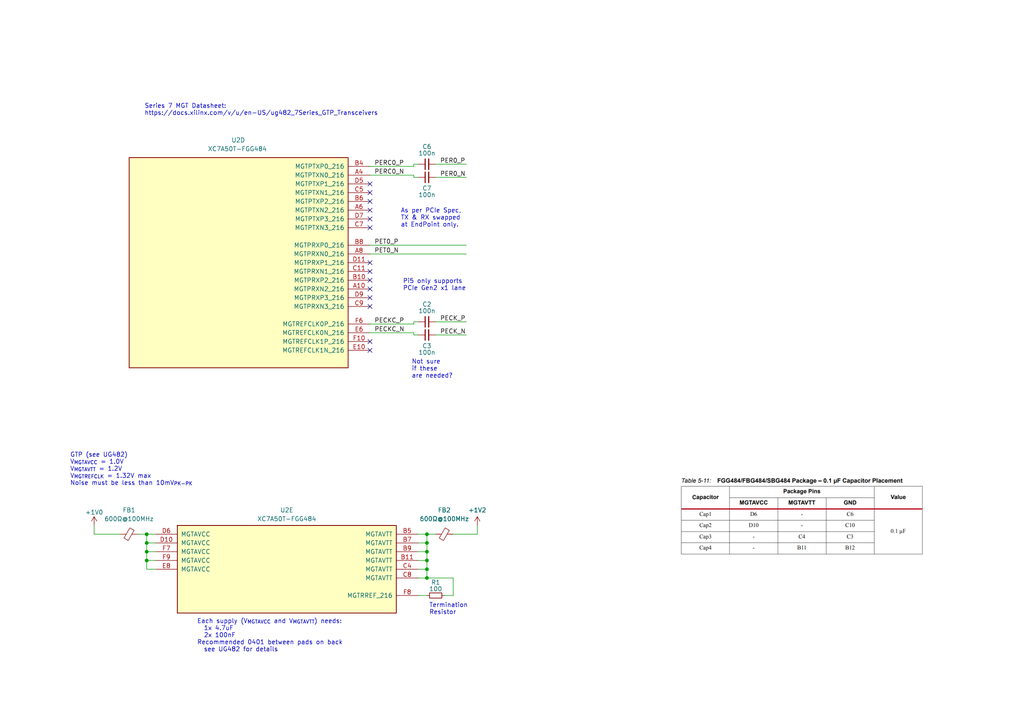
<source format=kicad_sch>
(kicad_sch (version 20230121) (generator eeschema)
  (paper "A4")
  (title_block (title "FPGA Bank 216 (PCIe MGTs)") (date "2023-12-12") (rev "0.1") (company "George Smart, M1GEO") (comment 1 "https://github.com/m1geo/Pi5-Artix-FPGA-Hat") (comment 2 "https://www.george-smart.co.uk"))
  (lib_symbols
    (symbol "Device:C_Small" (pin_numbers hide) (pin_names (offset 0.254) hide)
      (property "Reference" "C" (at 0.254 1.778 0))
      (property "Value" "C_Small" (at 0.254 -2.032 0))
      (symbol "C_Small_0_1"
        (polyline (pts (xy -1.524 -0.508) (xy 1.524 -0.508)) (stroke (width 0.3302)))
        (polyline (pts (xy -1.524 0.508) (xy 1.524 0.508)) (stroke (width 0.3048)))
      )
      (symbol "C_Small_1_1"
        (pin passive line (at 0 2.54 270) (length 2.032) (name "~") (number "1"))
        (pin passive line (at 0 -2.54 90) (length 2.032) (name "~") (number "2"))
      )
    )
    (symbol "Device:FerriteBead_Small" (pin_numbers hide) (pin_names (offset 0))
      (property "Reference" "FB" (at 1.905 1.27 0))
      (property "Value" "FerriteBead_Small" (at 1.905 -1.27 0))
      (symbol "FerriteBead_Small_0_1"
        (polyline (pts (xy 0 -1.27) (xy 0 -0.7874)))
        (polyline (pts (xy 0 0.889) (xy 0 1.2954)))
        (polyline (pts (xy -1.8288 0.2794) (xy -1.1176 1.4986) (xy 1.8288 -0.2032) (xy 1.1176 -1.4224) (xy -1.8288 0.2794)))
      )
      (symbol "FerriteBead_Small_1_1"
        (pin passive line (at 0 2.54 270) (length 1.27) (name "~") (number "1"))
        (pin passive line (at 0 -2.54 90) (length 1.27) (name "~") (number "2"))
      )
    )
    (symbol "Device:R_Small" (pin_numbers hide) (pin_names (offset 0.254) hide)
      (property "Reference" "R" (at 0.762 0.508 0))
      (property "Value" "R_Small" (at 0.762 -1.016 0))
      (symbol "R_Small_0_1"
        (rectangle (start -0.762 1.778) (end 0.762 -1.778) (stroke (width 0.2032)))
      )
      (symbol "R_Small_1_1"
        (pin passive line (at 0 2.54 270) (length 0.762) (name "~") (number "1"))
        (pin passive line (at 0 -2.54 90) (length 0.762) (name "~") (number "2"))
      )
    )
    (symbol "FPGA_Xilinx_Artix7:XC7A50T-FGG484" (pin_names (offset 1.016))
      (property "Reference" "U" (at 0 1.27 0))
      (property "Value" "XC7A50T-FGG484" (at 0 -1.27 0))
      (symbol "XC7A50T-FGG484_1_1"
        (rectangle (start -44.45 67.31) (end 44.45 -73.66) (stroke (width 0.254)) (fill (type background)))
        (pin power_in line (at -40.64 73.66 270) (length 6.35) (name "VCCO_13") (number "AA17"))
        (pin bidirectional line (at 50.8 -30.48 180) (length 6.35) (name "IO_L17P_T2_A14_D30_14") (number "AA18"))
        (pin bidirectional line (at 50.8 -20.32 180) (length 6.35) (name "IO_L15P_T2_DQS_RDWR_B_14") (number "AA19"))
        (pin bidirectional line (at 50.8 15.24 180) (length 6.35) (name "IO_L8P_T1_D11_14") (number "AA20"))
        (pin bidirectional line (at 50.8 12.7 180) (length 6.35) (name "IO_L8N_T1_D12_14") (number "AA21"))
        (pin power_in line (at -38.1 73.66 270) (length 6.35) (name "VCCO_13") (number "AB14"))
        (pin bidirectional line (at 50.8 -33.02 180) (length 6.35) (name "IO_L17N_T2_A13_D29_14") (number "AB18"))
        (pin bidirectional line (at 50.8 -22.86 180) (length 6.35) (name "IO_L15N_T2_DQS_DOUT_CSO_B_14") (number "AB20"))
        (pin bidirectional line (at 50.8 5.08 180) (length 6.35) (name "IO_L10P_T1_D14_14") (number "AB21"))
        (pin bidirectional line (at 50.8 2.54 180) (length 6.35) (name "IO_L10N_T1_D15_14") (number "AB22"))
        (pin power_in line (at 27.94 73.66 270) (length 6.35) (name "VCCO_14") (number "M14"))
        (pin bidirectional line (at 50.8 -60.96 180) (length 6.35) (name "IO_L23P_T3_A03_D19_14") (number "N13"))
        (pin bidirectional line (at 50.8 -63.5 180) (length 6.35) (name "IO_L23N_T3_A02_D18_14") (number "N14"))
        (pin bidirectional line (at 50.8 -71.12 180) (length 6.35) (name "IO_25_14") (number "N15"))
        (pin bidirectional line (at 50.8 -50.8 180) (length 6.35) (name "IO_L21P_T3_DQS_14") (number "N17"))
        (pin bidirectional line (at 50.8 -40.64 180) (length 6.35) (name "IO_L19P_T3_A10_D26_14") (number "P14"))
        (pin bidirectional line (at 50.8 -55.88 180) (length 6.35) (name "IO_L22P_T3_A05_D21_14") (number "P15"))
        (pin bidirectional line (at 50.8 -66.04 180) (length 6.35) (name "IO_L24P_T3_A01_D17_14") (number "P16"))
        (pin bidirectional line (at 50.8 -53.34 180) (length 6.35) (name "IO_L21N_T3_DQS_A06_D22_14") (number "P17"))
        (pin power_in line (at 30.48 73.66 270) (length 6.35) (name "VCCO_14") (number "P18"))
        (pin bidirectional line (at 50.8 30.48 180) (length 6.35) (name "IO_L5P_T0_D06_14") (number "P19"))
        (pin bidirectional line (at 50.8 53.34 180) (length 6.35) (name "IO_0_14") (number "P20"))
        (pin bidirectional line (at 50.8 45.72 180) (length 6.35) (name "IO_L2P_T0_D02_14") (number "P21"))
        (pin bidirectional line (at 50.8 50.8 180) (length 6.35) (name "IO_L1P_T0_D00_MOSI_14") (number "P22"))
        (pin bidirectional line (at 50.8 -43.18 180) (length 6.35) (name "IO_L19N_T3_A09_D25_VREF_14") (number "R14"))
        (pin power_in line (at 33.02 73.66 270) (length 6.35) (name "VCCO_14") (number "R15"))
        (pin bidirectional line (at 50.8 -58.42 180) (length 6.35) (name "IO_L22N_T3_A04_D20_14") (number "R16"))
        (pin bidirectional line (at 50.8 -68.58 180) (length 6.35) (name "IO_L24N_T3_A00_D16_14") (number "R17"))
        (pin bidirectional line (at 50.8 -45.72 180) (length 6.35) (name "IO_L20P_T3_A08_D24_14") (number "R18"))
        (pin bidirectional line (at 50.8 27.94 180) (length 6.35) (name "IO_L5N_T0_D07_14") (number "R19"))
        (pin bidirectional line (at 50.8 43.18 180) (length 6.35) (name "IO_L2N_T0_D03_14") (number "R21"))
        (pin bidirectional line (at 50.8 48.26 180) (length 6.35) (name "IO_L1N_T0_D01_DIN_14") (number "R22"))
        (pin bidirectional line (at 50.8 -48.26 180) (length 6.35) (name "IO_L20N_T3_A07_D23_14") (number "T18"))
        (pin bidirectional line (at 50.8 25.4 180) (length 6.35) (name "IO_L6P_T0_FCS_B_14") (number "T19"))
        (pin bidirectional line (at 50.8 22.86 180) (length 6.35) (name "IO_L6N_T0_D08_VREF_14") (number "T20"))
        (pin bidirectional line (at 50.8 35.56 180) (length 6.35) (name "IO_L4P_T0_D04_14") (number "T21"))
        (pin power_in line (at 35.56 73.66 270) (length 6.35) (name "VCCO_14") (number "T22"))
        (pin bidirectional line (at 50.8 -35.56 180) (length 6.35) (name "IO_L18P_T2_A12_D28_14") (number "U17"))
        (pin bidirectional line (at 50.8 -38.1 180) (length 6.35) (name "IO_L18N_T2_A11_D27_14") (number "U18"))
        (pin power_in line (at 38.1 73.66 270) (length 6.35) (name "VCCO_14") (number "U19"))
        (pin bidirectional line (at 50.8 0 180) (length 6.35) (name "IO_L11P_T1_SRCC_14") (number "U20"))
        (pin bidirectional line (at 50.8 33.02 180) (length 6.35) (name "IO_L4N_T0_D05_14") (number "U21"))
        (pin bidirectional line (at 50.8 40.64 180) (length 6.35) (name "IO_L3P_T0_DQS_PUDC_B_14") (number "U22"))
        (pin power_in line (at -35.56 73.66 270) (length 6.35) (name "VCCO_13") (number "V16"))
        (pin bidirectional line (at 50.8 -25.4 180) (length 6.35) (name "IO_L16P_T2_CSI_B_14") (number "V17"))
        (pin bidirectional line (at 50.8 -15.24 180) (length 6.35) (name "IO_L14P_T2_SRCC_14") (number "V18"))
        (pin bidirectional line (at 50.8 -17.78 180) (length 6.35) (name "IO_L14N_T2_SRCC_14") (number "V19"))
        (pin bidirectional line (at 50.8 -2.54 180) (length 6.35) (name "IO_L11N_T1_SRCC_14") (number "V20"))
        (pin bidirectional line (at 50.8 38.1 180) (length 6.35) (name "IO_L3N_T0_DQS_EMCCLK_14") (number "V22"))
        (pin power_in line (at -33.02 73.66 270) (length 6.35) (name "VCCO_13") (number "W13"))
        (pin bidirectional line (at 50.8 -27.94 180) (length 6.35) (name "IO_L16N_T2_A15_D31_14") (number "W17"))
        (pin bidirectional line (at 50.8 -5.08 180) (length 6.35) (name "IO_L12P_T1_MRCC_14") (number "W19"))
        (pin bidirectional line (at 50.8 -7.62 180) (length 6.35) (name "IO_L12N_T1_MRCC_14") (number "W20"))
        (pin bidirectional line (at 50.8 20.32 180) (length 6.35) (name "IO_L7P_T1_D09_14") (number "W21"))
        (pin bidirectional line (at 50.8 17.78 180) (length 6.35) (name "IO_L7N_T1_D10_14") (number "W22"))
        (pin power_in line (at -30.48 73.66 270) (length 6.35) (name "VCCO_13") (number "Y10"))
        (pin bidirectional line (at 50.8 -10.16 180) (length 6.35) (name "IO_L13P_T2_MRCC_14") (number "Y18"))
        (pin bidirectional line (at 50.8 -12.7 180) (length 6.35) (name "IO_L13N_T2_MRCC_14") (number "Y19"))
        (pin power_in line (at 40.64 73.66 270) (length 6.35) (name "VCCO_14") (number "Y20"))
        (pin bidirectional line (at 50.8 10.16 180) (length 6.35) (name "IO_L9P_T1_DQS_14") (number "Y21"))
        (pin bidirectional line (at 50.8 7.62 180) (length 6.35) (name "IO_L9N_T1_DQS_D13_14") (number "Y22"))
      )
      (symbol "XC7A50T-FGG484_2_1"
        (rectangle (start -44.45 67.31) (end 44.45 -73.66) (stroke (width 0.254)) (fill (type background)))
        (pin bidirectional line (at 50.8 5.08 180) (length 6.35) (name "IO_L10P_T1_16") (number "A13"))
        (pin bidirectional line (at 50.8 2.54 180) (length 6.35) (name "IO_L10N_T1_16") (number "A14"))
        (pin bidirectional line (at 50.8 10.16 180) (length 6.35) (name "IO_L9P_T1_DQS_16") (number "A15"))
        (pin bidirectional line (at 50.8 7.62 180) (length 6.35) (name "IO_L9N_T1_DQS_16") (number "A16"))
        (pin power_in line (at 27.94 73.66 270) (length 6.35) (name "VCCO_16") (number "A17"))
        (pin bidirectional line (at 50.8 -30.48 180) (length 6.35) (name "IO_L17P_T2_16") (number "A18"))
        (pin bidirectional line (at 50.8 -33.02 180) (length 6.35) (name "IO_L17N_T2_16") (number "A19"))
        (pin bidirectional line (at 50.8 -27.94 180) (length 6.35) (name "IO_L16N_T2_16") (number "A20"))
        (pin bidirectional line (at 50.8 -53.34 180) (length 6.35) (name "IO_L21N_T3_DQS_16") (number "A21"))
        (pin bidirectional line (at 50.8 12.7 180) (length 6.35) (name "IO_L8N_T1_16") (number "B13"))
        (pin power_in line (at 30.48 73.66 270) (length 6.35) (name "VCCO_16") (number "B14"))
        (pin bidirectional line (at 50.8 20.32 180) (length 6.35) (name "IO_L7P_T1_16") (number "B15"))
        (pin bidirectional line (at 50.8 17.78 180) (length 6.35) (name "IO_L7N_T1_16") (number "B16"))
        (pin bidirectional line (at 50.8 0 180) (length 6.35) (name "IO_L11P_T1_SRCC_16") (number "B17"))
        (pin bidirectional line (at 50.8 -2.54 180) (length 6.35) (name "IO_L11N_T1_SRCC_16") (number "B18"))
        (pin bidirectional line (at 50.8 -25.4 180) (length 6.35) (name "IO_L16P_T2_16") (number "B20"))
        (pin bidirectional line (at 50.8 -50.8 180) (length 6.35) (name "IO_L21P_T3_DQS_16") (number "B21"))
        (pin bidirectional line (at 50.8 -48.26 180) (length 6.35) (name "IO_L20N_T3_16") (number "B22"))
        (pin bidirectional line (at 50.8 15.24 180) (length 6.35) (name "IO_L8P_T1_16") (number "C13"))
        (pin bidirectional line (at 50.8 40.64 180) (length 6.35) (name "IO_L3P_T0_DQS_16") (number "C14"))
        (pin bidirectional line (at 50.8 38.1 180) (length 6.35) (name "IO_L3N_T0_DQS_16") (number "C15"))
        (pin bidirectional line (at 50.8 -7.62 180) (length 6.35) (name "IO_L12N_T1_MRCC_16") (number "C17"))
        (pin bidirectional line (at 50.8 -10.16 180) (length 6.35) (name "IO_L13P_T2_MRCC_16") (number "C18"))
        (pin bidirectional line (at 50.8 -12.7 180) (length 6.35) (name "IO_L13N_T2_MRCC_16") (number "C19"))
        (pin bidirectional line (at 50.8 -43.18 180) (length 6.35) (name "IO_L19N_T3_VREF_16") (number "C20"))
        (pin power_in line (at 33.02 73.66 270) (length 6.35) (name "VCCO_16") (number "C21"))
        (pin bidirectional line (at 50.8 -45.72 180) (length 6.35) (name "IO_L20P_T3_16") (number "C22"))
        (pin bidirectional line (at 50.8 25.4 180) (length 6.35) (name "IO_L6P_T0_16") (number "D14"))
        (pin bidirectional line (at 50.8 22.86 180) (length 6.35) (name "IO_L6N_T0_VREF_16") (number "D15"))
        (pin bidirectional line (at 50.8 27.94 180) (length 6.35) (name "IO_L5N_T0_16") (number "D16"))
        (pin bidirectional line (at 50.8 -5.08 180) (length 6.35) (name "IO_L12P_T1_MRCC_16") (number "D17"))
        (pin power_in line (at 35.56 73.66 270) (length 6.35) (name "VCCO_16") (number "D18"))
        (pin bidirectional line (at 50.8 -17.78 180) (length 6.35) (name "IO_L14N_T2_SRCC_16") (number "D19"))
        (pin bidirectional line (at 50.8 -40.64 180) (length 6.35) (name "IO_L19P_T3_16") (number "D20"))
        (pin bidirectional line (at 50.8 -63.5 180) (length 6.35) (name "IO_L23N_T3_16") (number "D21"))
        (pin bidirectional line (at 50.8 -58.42 180) (length 6.35) (name "IO_L22N_T3_16") (number "D22"))
        (pin bidirectional line (at 50.8 35.56 180) (length 6.35) (name "IO_L4P_T0_16") (number "E13"))
        (pin bidirectional line (at 50.8 33.02 180) (length 6.35) (name "IO_L4N_T0_16") (number "E14"))
        (pin power_in line (at 38.1 73.66 270) (length 6.35) (name "VCCO_16") (number "E15"))
        (pin bidirectional line (at 50.8 30.48 180) (length 6.35) (name "IO_L5P_T0_16") (number "E16"))
        (pin bidirectional line (at 50.8 43.18 180) (length 6.35) (name "IO_L2N_T0_16") (number "E17"))
        (pin bidirectional line (at 50.8 -22.86 180) (length 6.35) (name "IO_L15N_T2_DQS_16") (number "E18"))
        (pin bidirectional line (at 50.8 -15.24 180) (length 6.35) (name "IO_L14P_T2_SRCC_16") (number "E19"))
        (pin bidirectional line (at 50.8 -60.96 180) (length 6.35) (name "IO_L23P_T3_16") (number "E21"))
        (pin bidirectional line (at 50.8 -55.88 180) (length 6.35) (name "IO_L22P_T3_16") (number "E22"))
        (pin bidirectional line (at 50.8 50.8 180) (length 6.35) (name "IO_L1P_T0_16") (number "F13"))
        (pin bidirectional line (at 50.8 48.26 180) (length 6.35) (name "IO_L1N_T0_16") (number "F14"))
        (pin bidirectional line (at 50.8 53.34 180) (length 6.35) (name "IO_0_16") (number "F15"))
        (pin bidirectional line (at 50.8 45.72 180) (length 6.35) (name "IO_L2P_T0_16") (number "F16"))
        (pin bidirectional line (at 50.8 -20.32 180) (length 6.35) (name "IO_L15P_T2_DQS_16") (number "F18"))
        (pin bidirectional line (at 50.8 -35.56 180) (length 6.35) (name "IO_L18P_T2_16") (number "F19"))
        (pin bidirectional line (at 50.8 -38.1 180) (length 6.35) (name "IO_L18N_T2_16") (number "F20"))
        (pin bidirectional line (at 50.8 -71.12 180) (length 6.35) (name "IO_25_16") (number "F21"))
        (pin power_in line (at 40.64 73.66 270) (length 6.35) (name "VCCO_16") (number "F22"))
        (pin bidirectional line (at -50.8 48.26 0) (length 6.35) (name "IO_L1N_T0_AD0N_15") (number "G13"))
        (pin bidirectional line (at -50.8 45.72 0) (length 6.35) (name "IO_L2P_T0_AD8P_15") (number "G15"))
        (pin bidirectional line (at -50.8 43.18 0) (length 6.35) (name "IO_L2N_T0_AD8N_15") (number "G16"))
        (pin bidirectional line (at -50.8 35.56 0) (length 6.35) (name "IO_L4P_T0_15") (number "G17"))
        (pin bidirectional line (at -50.8 33.02 0) (length 6.35) (name "IO_L4N_T0_15") (number "G18"))
        (pin power_in line (at -40.64 73.66 270) (length 6.35) (name "VCCO_15") (number "G19"))
        (pin bidirectional line (at -50.8 12.7 0) (length 6.35) (name "IO_L8N_T1_AD10N_15") (number "G20"))
        (pin bidirectional line (at 50.8 -66.04 180) (length 6.35) (name "IO_L24P_T3_16") (number "G21"))
        (pin bidirectional line (at 50.8 -68.58 180) (length 6.35) (name "IO_L24N_T3_16") (number "G22"))
        (pin bidirectional line (at -50.8 50.8 0) (length 6.35) (name "IO_L1P_T0_AD0P_15") (number "H13"))
        (pin bidirectional line (at -50.8 38.1 0) (length 6.35) (name "IO_L3N_T0_DQS_AD1N_15") (number "H14"))
        (pin bidirectional line (at -50.8 27.94 0) (length 6.35) (name "IO_L5N_T0_AD9N_15") (number "H15"))
        (pin power_in line (at -38.1 73.66 270) (length 6.35) (name "VCCO_15") (number "H16"))
        (pin bidirectional line (at -50.8 25.4 0) (length 6.35) (name "IO_L6P_T0_15") (number "H17"))
        (pin bidirectional line (at -50.8 22.86 0) (length 6.35) (name "IO_L6N_T0_VREF_15") (number "H18"))
        (pin bidirectional line (at -50.8 -7.62 0) (length 6.35) (name "IO_L12N_T1_MRCC_15") (number "H19"))
        (pin bidirectional line (at -50.8 15.24 0) (length 6.35) (name "IO_L8P_T1_AD10P_15") (number "H20"))
        (pin bidirectional line (at -50.8 17.78 0) (length 6.35) (name "IO_L7N_T1_AD2N_15") (number "H22"))
        (pin power_in line (at -35.56 73.66 270) (length 6.35) (name "VCCO_15") (number "J13"))
        (pin bidirectional line (at -50.8 40.64 0) (length 6.35) (name "IO_L3P_T0_DQS_AD1P_15") (number "J14"))
        (pin bidirectional line (at -50.8 30.48 0) (length 6.35) (name "IO_L5P_T0_AD9P_15") (number "J15"))
        (pin bidirectional line (at -50.8 53.34 0) (length 6.35) (name "IO_0_15") (number "J16"))
        (pin bidirectional line (at -50.8 -53.34 0) (length 6.35) (name "IO_L21N_T3_DQS_A18_15") (number "J17"))
        (pin bidirectional line (at -50.8 -5.08 0) (length 6.35) (name "IO_L12P_T1_MRCC_15") (number "J19"))
        (pin bidirectional line (at -50.8 0 0) (length 6.35) (name "IO_L11P_T1_SRCC_15") (number "J20"))
        (pin bidirectional line (at -50.8 -2.54 0) (length 6.35) (name "IO_L11N_T1_SRCC_15") (number "J21"))
        (pin bidirectional line (at -50.8 20.32 0) (length 6.35) (name "IO_L7P_T1_AD2P_15") (number "J22"))
        (pin bidirectional line (at -50.8 -40.64 0) (length 6.35) (name "IO_L19P_T3_A22_15") (number "K13"))
        (pin bidirectional line (at -50.8 -43.18 0) (length 6.35) (name "IO_L19N_T3_A21_VREF_15") (number "K14"))
        (pin bidirectional line (at -50.8 -63.5 0) (length 6.35) (name "IO_L23N_T3_FWE_B_15") (number "K16"))
        (pin bidirectional line (at -50.8 -50.8 0) (length 6.35) (name "IO_L21P_T3_DQS_15") (number "K17"))
        (pin bidirectional line (at -50.8 -10.16 0) (length 6.35) (name "IO_L13P_T2_MRCC_15") (number "K18"))
        (pin bidirectional line (at -50.8 -12.7 0) (length 6.35) (name "IO_L13N_T2_MRCC_15") (number "K19"))
        (pin power_in line (at -33.02 73.66 270) (length 6.35) (name "VCCO_15") (number "K20"))
        (pin bidirectional line (at -50.8 10.16 0) (length 6.35) (name "IO_L9P_T1_DQS_AD3P_15") (number "K21"))
        (pin bidirectional line (at -50.8 7.62 0) (length 6.35) (name "IO_L9N_T1_DQS_AD3N_15") (number "K22"))
        (pin bidirectional line (at -50.8 -48.26 0) (length 6.35) (name "IO_L20N_T3_A19_15") (number "L13"))
        (pin bidirectional line (at -50.8 -55.88 0) (length 6.35) (name "IO_L22P_T3_A17_15") (number "L14"))
        (pin bidirectional line (at -50.8 -58.42 0) (length 6.35) (name "IO_L22N_T3_A16_15") (number "L15"))
        (pin bidirectional line (at -50.8 -60.96 0) (length 6.35) (name "IO_L23P_T3_FOE_B_15") (number "L16"))
        (pin power_in line (at -30.48 73.66 270) (length 6.35) (name "VCCO_15") (number "L17"))
        (pin bidirectional line (at -50.8 -27.94 0) (length 6.35) (name "IO_L16N_T2_A27_15") (number "L18"))
        (pin bidirectional line (at -50.8 -15.24 0) (length 6.35) (name "IO_L14P_T2_SRCC_15") (number "L19"))
        (pin bidirectional line (at -50.8 -17.78 0) (length 6.35) (name "IO_L14N_T2_SRCC_15") (number "L20"))
        (pin bidirectional line (at -50.8 2.54 0) (length 6.35) (name "IO_L10N_T1_AD11N_15") (number "L21"))
        (pin bidirectional line (at -50.8 -45.72 0) (length 6.35) (name "IO_L20P_T3_A20_15") (number "M13"))
        (pin bidirectional line (at -50.8 -66.04 0) (length 6.35) (name "IO_L24P_T3_RS1_15") (number "M15"))
        (pin bidirectional line (at -50.8 -68.58 0) (length 6.35) (name "IO_L24N_T3_RS0_15") (number "M16"))
        (pin bidirectional line (at -50.8 -71.12 0) (length 6.35) (name "IO_25_15") (number "M17"))
        (pin bidirectional line (at -50.8 -25.4 0) (length 6.35) (name "IO_L16P_T2_A28_15") (number "M18"))
        (pin bidirectional line (at -50.8 -38.1 0) (length 6.35) (name "IO_L18N_T2_A23_15") (number "M20"))
        (pin bidirectional line (at -50.8 5.08 0) (length 6.35) (name "IO_L10P_T1_AD11P_15") (number "M21"))
        (pin bidirectional line (at -50.8 -22.86 0) (length 6.35) (name "IO_L15N_T2_DQS_ADV_B_15") (number "M22"))
        (pin bidirectional line (at -50.8 -30.48 0) (length 6.35) (name "IO_L17P_T2_A26_15") (number "N18"))
        (pin bidirectional line (at -50.8 -33.02 0) (length 6.35) (name "IO_L17N_T2_A25_15") (number "N19"))
        (pin bidirectional line (at -50.8 -35.56 0) (length 6.35) (name "IO_L18P_T2_A24_15") (number "N20"))
        (pin power_in line (at -27.94 73.66 270) (length 6.35) (name "VCCO_15") (number "N21"))
        (pin bidirectional line (at -50.8 -20.32 0) (length 6.35) (name "IO_L15P_T2_DQS_15") (number "N22"))
      )
      (symbol "XC7A50T-FGG484_3_1"
        (rectangle (start -44.45 67.31) (end 44.45 -73.66) (stroke (width 0.254)) (fill (type background)))
        (pin bidirectional line (at 50.8 48.26 180) (length 6.35) (name "IO_L1N_T0_AD4N_35") (number "A1"))
        (pin bidirectional line (at -50.8 20.32 0) (length 6.35) (name "IO_L7P_T1_34") (number "AA1"))
        (pin bidirectional line (at -50.8 7.62 0) (length 6.35) (name "IO_L9N_T1_DQS_34") (number "AA3"))
        (pin bidirectional line (at -50.8 -2.54 0) (length 6.35) (name "IO_L11N_T1_SRCC_34") (number "AA4"))
        (pin bidirectional line (at -50.8 5.08 0) (length 6.35) (name "IO_L10P_T1_34") (number "AA5"))
        (pin bidirectional line (at -50.8 -38.1 0) (length 6.35) (name "IO_L18N_T2_34") (number "AA6"))
        (pin power_in line (at -40.64 73.66 270) (length 6.35) (name "VCCO_34") (number "AA7"))
        (pin bidirectional line (at -50.8 -55.88 0) (length 6.35) (name "IO_L22P_T3_34") (number "AA8"))
        (pin bidirectional line (at -50.8 17.78 0) (length 6.35) (name "IO_L7N_T1_34") (number "AB1"))
        (pin bidirectional line (at -50.8 12.7 0) (length 6.35) (name "IO_L8N_T1_34") (number "AB2"))
        (pin bidirectional line (at -50.8 15.24 0) (length 6.35) (name "IO_L8P_T1_34") (number "AB3"))
        (pin power_in line (at -38.1 73.66 270) (length 6.35) (name "VCCO_34") (number "AB4"))
        (pin bidirectional line (at -50.8 2.54 0) (length 6.35) (name "IO_L10N_T1_34") (number "AB5"))
        (pin bidirectional line (at -50.8 -48.26 0) (length 6.35) (name "IO_L20N_T3_34") (number "AB6"))
        (pin bidirectional line (at -50.8 -45.72 0) (length 6.35) (name "IO_L20P_T3_34") (number "AB7"))
        (pin bidirectional line (at -50.8 -58.42 0) (length 6.35) (name "IO_L22N_T3_34") (number "AB8"))
        (pin bidirectional line (at 50.8 50.8 180) (length 6.35) (name "IO_L1P_T0_AD4P_35") (number "B1"))
        (pin bidirectional line (at 50.8 43.18 180) (length 6.35) (name "IO_L2N_T0_AD12N_35") (number "B2"))
        (pin power_in line (at 27.94 73.66 270) (length 6.35) (name "VCCO_35") (number "C1"))
        (pin bidirectional line (at 50.8 45.72 180) (length 6.35) (name "IO_L2P_T0_AD12P_35") (number "C2"))
        (pin bidirectional line (at 50.8 38.1 180) (length 6.35) (name "IO_L3N_T0_DQS_AD5N_35") (number "D1"))
        (pin bidirectional line (at 50.8 33.02 180) (length 6.35) (name "IO_L4N_T0_35") (number "D2"))
        (pin bidirectional line (at 50.8 40.64 180) (length 6.35) (name "IO_L3P_T0_DQS_AD5P_35") (number "E1"))
        (pin bidirectional line (at 50.8 35.56 180) (length 6.35) (name "IO_L4P_T0_35") (number "E2"))
        (pin bidirectional line (at 50.8 22.86 180) (length 6.35) (name "IO_L6N_T0_VREF_35") (number "E3"))
        (pin bidirectional line (at 50.8 27.94 180) (length 6.35) (name "IO_L5N_T0_AD13N_35") (number "F1"))
        (pin power_in line (at 30.48 73.66 270) (length 6.35) (name "VCCO_35") (number "F2"))
        (pin bidirectional line (at 50.8 25.4 180) (length 6.35) (name "IO_L6P_T0_35") (number "F3"))
        (pin bidirectional line (at 50.8 53.34 180) (length 6.35) (name "IO_0_35") (number "F4"))
        (pin bidirectional line (at 50.8 30.48 180) (length 6.35) (name "IO_L5P_T0_AD13P_35") (number "G1"))
        (pin bidirectional line (at 50.8 12.7 180) (length 6.35) (name "IO_L8N_T1_AD14N_35") (number "G2"))
        (pin bidirectional line (at 50.8 -2.54 180) (length 6.35) (name "IO_L11N_T1_SRCC_35") (number "G3"))
        (pin bidirectional line (at 50.8 -7.62 180) (length 6.35) (name "IO_L12N_T1_MRCC_35") (number "G4"))
        (pin bidirectional line (at 50.8 15.24 180) (length 6.35) (name "IO_L8P_T1_AD14P_35") (number "H2"))
        (pin bidirectional line (at 50.8 0 180) (length 6.35) (name "IO_L11P_T1_SRCC_35") (number "H3"))
        (pin bidirectional line (at 50.8 -5.08 180) (length 6.35) (name "IO_L12P_T1_MRCC_35") (number "H4"))
        (pin bidirectional line (at 50.8 2.54 180) (length 6.35) (name "IO_L10N_T1_AD15N_35") (number "H5"))
        (pin power_in line (at 33.02 73.66 270) (length 6.35) (name "VCCO_35") (number "H6"))
        (pin bidirectional line (at 50.8 17.78 180) (length 6.35) (name "IO_L7N_T1_AD6N_35") (number "J1"))
        (pin bidirectional line (at 50.8 7.62 180) (length 6.35) (name "IO_L9N_T1_DQS_AD7N_35") (number "J2"))
        (pin power_in line (at 35.56 73.66 270) (length 6.35) (name "VCCO_35") (number "J3"))
        (pin bidirectional line (at 50.8 -12.7 180) (length 6.35) (name "IO_L13N_T2_MRCC_35") (number "J4"))
        (pin bidirectional line (at 50.8 5.08 180) (length 6.35) (name "IO_L10P_T1_AD15P_35") (number "J5"))
        (pin bidirectional line (at 50.8 -33.02 180) (length 6.35) (name "IO_L17N_T2_35") (number "J6"))
        (pin bidirectional line (at 50.8 20.32 180) (length 6.35) (name "IO_L7P_T1_AD6P_35") (number "K1"))
        (pin bidirectional line (at 50.8 10.16 180) (length 6.35) (name "IO_L9P_T1_DQS_AD7P_35") (number "K2"))
        (pin bidirectional line (at 50.8 -17.78 180) (length 6.35) (name "IO_L14N_T2_SRCC_35") (number "K3"))
        (pin bidirectional line (at 50.8 -10.16 180) (length 6.35) (name "IO_L13P_T2_MRCC_35") (number "K4"))
        (pin bidirectional line (at 50.8 -30.48 180) (length 6.35) (name "IO_L17P_T2_35") (number "K6"))
        (pin bidirectional line (at 50.8 -22.86 180) (length 6.35) (name "IO_L15N_T2_DQS_35") (number "L1"))
        (pin bidirectional line (at 50.8 -15.24 180) (length 6.35) (name "IO_L14P_T2_SRCC_35") (number "L3"))
        (pin bidirectional line (at 50.8 -38.1 180) (length 6.35) (name "IO_L18N_T2_35") (number "L4"))
        (pin bidirectional line (at 50.8 -35.56 180) (length 6.35) (name "IO_L18P_T2_35") (number "L5"))
        (pin bidirectional line (at 50.8 -71.12 180) (length 6.35) (name "IO_25_35") (number "L6"))
        (pin bidirectional line (at 50.8 -20.32 180) (length 6.35) (name "IO_L15P_T2_DQS_35") (number "M1"))
        (pin bidirectional line (at 50.8 -27.94 180) (length 6.35) (name "IO_L16N_T2_35") (number "M2"))
        (pin bidirectional line (at 50.8 -25.4 180) (length 6.35) (name "IO_L16P_T2_35") (number "M3"))
        (pin power_in line (at 38.1 73.66 270) (length 6.35) (name "VCCO_35") (number "M4"))
        (pin bidirectional line (at 50.8 -63.5 180) (length 6.35) (name "IO_L23N_T3_35") (number "M5"))
        (pin bidirectional line (at 50.8 -60.96 180) (length 6.35) (name "IO_L23P_T3_35") (number "M6"))
        (pin power_in line (at 40.64 73.66 270) (length 6.35) (name "VCCO_35") (number "N1"))
        (pin bidirectional line (at 50.8 -58.42 180) (length 6.35) (name "IO_L22N_T3_35") (number "N2"))
        (pin bidirectional line (at 50.8 -43.18 180) (length 6.35) (name "IO_L19N_T3_VREF_35") (number "N3"))
        (pin bidirectional line (at 50.8 -40.64 180) (length 6.35) (name "IO_L19P_T3_35") (number "N4"))
        (pin bidirectional line (at 50.8 -68.58 180) (length 6.35) (name "IO_L24N_T3_35") (number "N5"))
        (pin bidirectional line (at 50.8 -48.26 180) (length 6.35) (name "IO_L20N_T3_35") (number "P1"))
        (pin bidirectional line (at 50.8 -55.88 180) (length 6.35) (name "IO_L22P_T3_35") (number "P2"))
        (pin bidirectional line (at 50.8 -53.34 180) (length 6.35) (name "IO_L21N_T3_DQS_35") (number "P4"))
        (pin bidirectional line (at 50.8 -50.8 180) (length 6.35) (name "IO_L21P_T3_DQS_35") (number "P5"))
        (pin bidirectional line (at 50.8 -66.04 180) (length 6.35) (name "IO_L24P_T3_35") (number "P6"))
        (pin bidirectional line (at 50.8 -45.72 180) (length 6.35) (name "IO_L20P_T3_35") (number "R1"))
        (pin bidirectional line (at -50.8 38.1 0) (length 6.35) (name "IO_L3N_T0_DQS_34") (number "R2"))
        (pin bidirectional line (at -50.8 40.64 0) (length 6.35) (name "IO_L3P_T0_DQS_34") (number "R3"))
        (pin bidirectional line (at -50.8 -10.16 0) (length 6.35) (name "IO_L13P_T2_MRCC_34") (number "R4"))
        (pin power_in line (at -35.56 73.66 270) (length 6.35) (name "VCCO_34") (number "R5"))
        (pin bidirectional line (at -50.8 -30.48 0) (length 6.35) (name "IO_L17P_T2_34") (number "R6"))
        (pin bidirectional line (at -50.8 50.8 0) (length 6.35) (name "IO_L1P_T0_34") (number "T1"))
        (pin power_in line (at -33.02 73.66 270) (length 6.35) (name "VCCO_34") (number "T2"))
        (pin bidirectional line (at -50.8 53.34 0) (length 6.35) (name "IO_0_34") (number "T3"))
        (pin bidirectional line (at -50.8 -12.7 0) (length 6.35) (name "IO_L13N_T2_MRCC_34") (number "T4"))
        (pin bidirectional line (at -50.8 -15.24 0) (length 6.35) (name "IO_L14P_T2_SRCC_34") (number "T5"))
        (pin bidirectional line (at -50.8 -33.02 0) (length 6.35) (name "IO_L17N_T2_34") (number "T6"))
        (pin bidirectional line (at -50.8 48.26 0) (length 6.35) (name "IO_L1N_T0_34") (number "U1"))
        (pin bidirectional line (at -50.8 45.72 0) (length 6.35) (name "IO_L2P_T0_34") (number "U2"))
        (pin bidirectional line (at -50.8 25.4 0) (length 6.35) (name "IO_L6P_T0_34") (number "U3"))
        (pin bidirectional line (at -50.8 -17.78 0) (length 6.35) (name "IO_L14N_T2_SRCC_34") (number "U5"))
        (pin bidirectional line (at -50.8 -25.4 0) (length 6.35) (name "IO_L16P_T2_34") (number "U6"))
        (pin bidirectional line (at -50.8 -71.12 0) (length 6.35) (name "IO_25_34") (number "U7"))
        (pin bidirectional line (at -50.8 43.18 0) (length 6.35) (name "IO_L2N_T0_34") (number "V2"))
        (pin bidirectional line (at -50.8 22.86 0) (length 6.35) (name "IO_L6N_T0_VREF_34") (number "V3"))
        (pin bidirectional line (at -50.8 -5.08 0) (length 6.35) (name "IO_L12P_T1_MRCC_34") (number "V4"))
        (pin bidirectional line (at -50.8 -27.94 0) (length 6.35) (name "IO_L16N_T2_34") (number "V5"))
        (pin power_in line (at -30.48 73.66 270) (length 6.35) (name "VCCO_34") (number "V6"))
        (pin bidirectional line (at -50.8 -40.64 0) (length 6.35) (name "IO_L19P_T3_34") (number "V7"))
        (pin bidirectional line (at -50.8 -53.34 0) (length 6.35) (name "IO_L21N_T3_DQS_34") (number "V8"))
        (pin bidirectional line (at -50.8 -50.8 0) (length 6.35) (name "IO_L21P_T3_DQS_34") (number "V9"))
        (pin bidirectional line (at -50.8 30.48 0) (length 6.35) (name "IO_L5P_T0_34") (number "W1"))
        (pin bidirectional line (at -50.8 35.56 0) (length 6.35) (name "IO_L4P_T0_34") (number "W2"))
        (pin power_in line (at -27.94 73.66 270) (length 6.35) (name "VCCO_34") (number "W3"))
        (pin bidirectional line (at -50.8 -7.62 0) (length 6.35) (name "IO_L12N_T1_MRCC_34") (number "W4"))
        (pin bidirectional line (at -50.8 -22.86 0) (length 6.35) (name "IO_L15N_T2_DQS_34") (number "W5"))
        (pin bidirectional line (at -50.8 -20.32 0) (length 6.35) (name "IO_L15P_T2_DQS_34") (number "W6"))
        (pin bidirectional line (at -50.8 -43.18 0) (length 6.35) (name "IO_L19N_T3_VREF_34") (number "W7"))
        (pin bidirectional line (at -50.8 -66.04 0) (length 6.35) (name "IO_L24P_T3_34") (number "W9"))
        (pin bidirectional line (at -50.8 27.94 0) (length 6.35) (name "IO_L5N_T0_34") (number "Y1"))
        (pin bidirectional line (at -50.8 33.02 0) (length 6.35) (name "IO_L4N_T0_34") (number "Y2"))
        (pin bidirectional line (at -50.8 10.16 0) (length 6.35) (name "IO_L9P_T1_DQS_34") (number "Y3"))
        (pin bidirectional line (at -50.8 0 0) (length 6.35) (name "IO_L11P_T1_SRCC_34") (number "Y4"))
        (pin bidirectional line (at -50.8 -35.56 0) (length 6.35) (name "IO_L18P_T2_34") (number "Y6"))
        (pin bidirectional line (at -50.8 -63.5 0) (length 6.35) (name "IO_L23N_T3_34") (number "Y7"))
        (pin bidirectional line (at -50.8 -60.96 0) (length 6.35) (name "IO_L23P_T3_34") (number "Y8"))
        (pin bidirectional line (at -50.8 -68.58 0) (length 6.35) (name "IO_L24N_T3_34") (number "Y9"))
      )
      (symbol "XC7A50T-FGG484_4_1"
        (rectangle (start -31.75 30.48) (end 31.75 -30.48) (stroke (width 0.254)) (fill (type background)))
        (pin bidirectional line (at -38.1 -7.62 0) (length 6.35) (name "MGTPRXN2_216") (number "A10"))
        (pin bidirectional line (at -38.1 25.4 0) (length 6.35) (name "MGTPTXN0_216") (number "A4"))
        (pin bidirectional line (at -38.1 15.24 0) (length 6.35) (name "MGTPTXN2_216") (number "A6"))
        (pin bidirectional line (at -38.1 2.54 0) (length 6.35) (name "MGTPRXN0_216") (number "A8"))
        (pin bidirectional line (at -38.1 -5.08 0) (length 6.35) (name "MGTPRXP2_216") (number "B10"))
        (pin bidirectional line (at -38.1 27.94 0) (length 6.35) (name "MGTPTXP0_216") (number "B4"))
        (pin bidirectional line (at -38.1 17.78 0) (length 6.35) (name "MGTPTXP2_216") (number "B6"))
        (pin bidirectional line (at -38.1 5.08 0) (length 6.35) (name "MGTPRXP0_216") (number "B8"))
        (pin bidirectional line (at -38.1 -2.54 0) (length 6.35) (name "MGTPRXN1_216") (number "C11"))
        (pin bidirectional line (at -38.1 20.32 0) (length 6.35) (name "MGTPTXN1_216") (number "C5"))
        (pin bidirectional line (at -38.1 10.16 0) (length 6.35) (name "MGTPTXN3_216") (number "C7"))
        (pin bidirectional line (at -38.1 -12.7 0) (length 6.35) (name "MGTPRXN3_216") (number "C9"))
        (pin bidirectional line (at -38.1 0 0) (length 6.35) (name "MGTPRXP1_216") (number "D11"))
        (pin bidirectional line (at -38.1 22.86 0) (length 6.35) (name "MGTPTXP1_216") (number "D5"))
        (pin bidirectional line (at -38.1 12.7 0) (length 6.35) (name "MGTPTXP3_216") (number "D7"))
        (pin bidirectional line (at -38.1 -10.16 0) (length 6.35) (name "MGTPRXP3_216") (number "D9"))
        (pin bidirectional line (at -38.1 -25.4 0) (length 6.35) (name "MGTREFCLK1N_216") (number "E10"))
        (pin bidirectional line (at -38.1 -20.32 0) (length 6.35) (name "MGTREFCLK0N_216") (number "E6"))
        (pin bidirectional line (at -38.1 -22.86 0) (length 6.35) (name "MGTREFCLK1P_216") (number "F10"))
        (pin bidirectional line (at -38.1 -17.78 0) (length 6.35) (name "MGTREFCLK0P_216") (number "F6"))
      )
      (symbol "XC7A50T-FGG484_5_1"
        (rectangle (start -31.75 12.7) (end 31.75 -12.7) (stroke (width 0.254)) (fill (type background)))
        (pin power_in line (at 38.1 2.54 180) (length 6.35) (name "MGTAVTT") (number "B11"))
        (pin power_in line (at 38.1 10.16 180) (length 6.35) (name "MGTAVTT") (number "B5"))
        (pin power_in line (at 38.1 7.62 180) (length 6.35) (name "MGTAVTT") (number "B7"))
        (pin power_in line (at 38.1 5.08 180) (length 6.35) (name "MGTAVTT") (number "B9"))
        (pin power_in line (at 38.1 0 180) (length 6.35) (name "MGTAVTT") (number "C4"))
        (pin power_in line (at 38.1 -2.54 180) (length 6.35) (name "MGTAVTT") (number "C8"))
        (pin power_in line (at -38.1 7.62 0) (length 6.35) (name "MGTAVCC") (number "D10"))
        (pin power_in line (at -38.1 10.16 0) (length 6.35) (name "MGTAVCC") (number "D6"))
        (pin power_in line (at -38.1 0 0) (length 6.35) (name "MGTAVCC") (number "E8"))
        (pin power_in line (at -38.1 5.08 0) (length 6.35) (name "MGTAVCC") (number "F7"))
        (pin power_in line (at 38.1 -7.62 180) (length 6.35) (name "MGTRREF_216") (number "F8"))
        (pin power_in line (at -38.1 2.54 0) (length 6.35) (name "MGTAVCC") (number "F9"))
      )
      (symbol "XC7A50T-FGG484_6_1"
        (rectangle (start -31.75 34.29) (end 31.75 -40.64) (stroke (width 0.254)) (fill (type background)))
        (pin power_in line (at 25.4 40.64 270) (length 6.35) (name "VCCO_0") (number "F12"))
        (pin bidirectional line (at 38.1 -5.08 180) (length 6.35) (name "DONE_0") (number "G11"))
        (pin bidirectional line (at 38.1 -20.32 180) (length 6.35) (name "VP_0") (number "L10"))
        (pin bidirectional line (at 38.1 7.62 180) (length 6.35) (name "CCLK_0") (number "L12"))
        (pin bidirectional line (at 38.1 -30.48 180) (length 6.35) (name "VREFN_0") (number "L9"))
        (pin bidirectional line (at 38.1 -27.94 180) (length 6.35) (name "VREFP_0") (number "M10"))
        (pin bidirectional line (at 38.1 -22.86 180) (length 6.35) (name "VN_0") (number "M9"))
        (pin bidirectional line (at 38.1 -35.56 180) (length 6.35) (name "DXP_0") (number "N10"))
        (pin bidirectional line (at 38.1 -10.16 180) (length 6.35) (name "PROGRAM_B_0") (number "N12"))
        (pin bidirectional line (at 38.1 -38.1 180) (length 6.35) (name "DXN_0") (number "N9"))
        (pin bidirectional line (at 38.1 20.32 180) (length 6.35) (name "TDI_0") (number "R13"))
        (pin power_in line (at 27.94 40.64 270) (length 6.35) (name "VCCO_0") (number "T12"))
        (pin bidirectional line (at 38.1 15.24 180) (length 6.35) (name "TMS_0") (number "T13"))
        (pin bidirectional line (at 38.1 2.54 180) (length 6.35) (name "M1_0") (number "U10"))
        (pin bidirectional line (at 38.1 5.08 180) (length 6.35) (name "M0_0") (number "U11"))
        (pin bidirectional line (at 38.1 -7.62 180) (length 6.35) (name "INIT_B_0") (number "U12"))
        (pin bidirectional line (at 38.1 17.78 180) (length 6.35) (name "TDO_0") (number "U13"))
        (pin bidirectional line (at 38.1 -15.24 180) (length 6.35) (name "CFGBVS_0") (number "U8"))
        (pin bidirectional line (at 38.1 0 180) (length 6.35) (name "M2_0") (number "U9"))
        (pin bidirectional line (at 38.1 12.7 180) (length 6.35) (name "TCK_0") (number "V12"))
      )
      (symbol "XC7A50T-FGG484_7_1"
        (rectangle (start -19.05 76.2) (end 19.05 -76.2) (stroke (width 0.254)) (fill (type background)))
        (pin power_in line (at -25.4 22.86 0) (length 6.35) (name "GND") (number "A11"))
        (pin power_in line (at -25.4 20.32 0) (length 6.35) (name "GND") (number "A12"))
        (pin power_in line (at -25.4 35.56 0) (length 6.35) (name "GND") (number "A2"))
        (pin power_in line (at -25.4 17.78 0) (length 6.35) (name "GND") (number "A22"))
        (pin power_in line (at -25.4 33.02 0) (length 6.35) (name "GND") (number "A3"))
        (pin power_in line (at -25.4 30.48 0) (length 6.35) (name "GND") (number "A5"))
        (pin power_in line (at -25.4 27.94 0) (length 6.35) (name "GND") (number "A7"))
        (pin power_in line (at -25.4 25.4 0) (length 6.35) (name "GND") (number "A9"))
        (pin power_in line (at 25.4 -66.04 180) (length 6.35) (name "GND") (number "AA12"))
        (pin power_in line (at 25.4 -63.5 180) (length 6.35) (name "GND") (number "AA2"))
        (pin power_in line (at 25.4 -68.58 180) (length 6.35) (name "GND") (number "AA22"))
        (pin power_in line (at 25.4 -73.66 180) (length 6.35) (name "GND") (number "AB19"))
        (pin power_in line (at 25.4 -71.12 180) (length 6.35) (name "GND") (number "AB9"))
        (pin power_in line (at -25.4 12.7 0) (length 6.35) (name "GND") (number "B12"))
        (pin power_in line (at -25.4 10.16 0) (length 6.35) (name "GND") (number "B19"))
        (pin power_in line (at -25.4 15.24 0) (length 6.35) (name "GND") (number "B3"))
        (pin power_in line (at -25.4 2.54 0) (length 6.35) (name "GND") (number "C10"))
        (pin power_in line (at -25.4 0 0) (length 6.35) (name "GND") (number "C12"))
        (pin power_in line (at -25.4 -2.54 0) (length 6.35) (name "GND") (number "C16"))
        (pin power_in line (at -25.4 7.62 0) (length 6.35) (name "GND") (number "C3"))
        (pin power_in line (at -25.4 5.08 0) (length 6.35) (name "GND") (number "C6"))
        (pin power_in line (at -25.4 -12.7 0) (length 6.35) (name "GND") (number "D12"))
        (pin power_in line (at -25.4 -15.24 0) (length 6.35) (name "GND") (number "D13"))
        (pin power_in line (at -25.4 -5.08 0) (length 6.35) (name "GND") (number "D3"))
        (pin power_in line (at -25.4 -7.62 0) (length 6.35) (name "GND") (number "D4"))
        (pin power_in line (at -25.4 -10.16 0) (length 6.35) (name "GND") (number "D8"))
        (pin power_in line (at -25.4 -27.94 0) (length 6.35) (name "GND") (number "E11"))
        (pin power_in line (at -25.4 53.34 0) (length 6.35) (name "VCCBATT_0") (number "E12"))
        (pin power_in line (at -25.4 -30.48 0) (length 6.35) (name "GND") (number "E20"))
        (pin power_in line (at -25.4 -17.78 0) (length 6.35) (name "GND") (number "E4"))
        (pin power_in line (at -25.4 -20.32 0) (length 6.35) (name "GND") (number "E5"))
        (pin power_in line (at -25.4 -22.86 0) (length 6.35) (name "GND") (number "E7"))
        (pin power_in line (at -25.4 -25.4 0) (length 6.35) (name "GND") (number "E9"))
        (pin power_in line (at -25.4 -35.56 0) (length 6.35) (name "GND") (number "F11"))
        (pin power_in line (at -25.4 -38.1 0) (length 6.35) (name "GND") (number "F17"))
        (pin power_in line (at -25.4 -33.02 0) (length 6.35) (name "GND") (number "F5"))
        (pin power_in line (at -25.4 -53.34 0) (length 6.35) (name "GND") (number "G10"))
        (pin power_in line (at -25.4 -55.88 0) (length 6.35) (name "GND") (number "G12"))
        (pin power_in line (at -25.4 -58.42 0) (length 6.35) (name "GND") (number "G14"))
        (pin power_in line (at -25.4 -40.64 0) (length 6.35) (name "GND") (number "G5"))
        (pin power_in line (at -25.4 -43.18 0) (length 6.35) (name "GND") (number "G6"))
        (pin power_in line (at -25.4 -45.72 0) (length 6.35) (name "GND") (number "G7"))
        (pin power_in line (at -25.4 -48.26 0) (length 6.35) (name "GND") (number "G8"))
        (pin power_in line (at -25.4 -50.8 0) (length 6.35) (name "GND") (number "G9"))
        (pin power_in line (at -25.4 -60.96 0) (length 6.35) (name "GND") (number "H1"))
        (pin power_in line (at 25.4 71.12 180) (length 6.35) (name "VCCINT") (number "H10"))
        (pin power_in line (at -25.4 -68.58 0) (length 6.35) (name "GND") (number "H11"))
        (pin power_in line (at -25.4 73.66 0) (length 6.35) (name "VCCAUX") (number "H12"))
        (pin power_in line (at -25.4 -71.12 0) (length 6.35) (name "GND") (number "H21"))
        (pin power_in line (at -25.4 -63.5 0) (length 6.35) (name "GND") (number "H7"))
        (pin power_in line (at 25.4 73.66 180) (length 6.35) (name "VCCINT") (number "H8"))
        (pin power_in line (at -25.4 -66.04 0) (length 6.35) (name "GND") (number "H9"))
        (pin power_in line (at 25.4 33.02 180) (length 6.35) (name "GND") (number "J10"))
        (pin power_in line (at -25.4 50.8 0) (length 6.35) (name "VCCBRAM") (number "J11"))
        (pin power_in line (at 25.4 30.48 180) (length 6.35) (name "GND") (number "J12"))
        (pin power_in line (at 25.4 27.94 180) (length 6.35) (name "GND") (number "J18"))
        (pin power_in line (at 25.4 68.58 180) (length 6.35) (name "VCCINT") (number "J7"))
        (pin power_in line (at -25.4 -73.66 0) (length 6.35) (name "GND") (number "J8"))
        (pin power_in line (at 25.4 66.04 180) (length 6.35) (name "VCCINT") (number "J9"))
        (pin power_in line (at -25.4 55.88 0) (length 6.35) (name "VCCADC_0") (number "K10"))
        (pin power_in line (at 25.4 20.32 180) (length 6.35) (name "GND") (number "K11"))
        (pin power_in line (at -25.4 71.12 0) (length 6.35) (name "VCCAUX") (number "K12"))
        (pin power_in line (at 25.4 17.78 180) (length 6.35) (name "GND") (number "K15"))
        (pin power_in line (at 25.4 25.4 180) (length 6.35) (name "GND") (number "K5"))
        (pin power_in line (at 25.4 22.86 180) (length 6.35) (name "GND") (number "K7"))
        (pin power_in line (at 25.4 63.5 180) (length 6.35) (name "VCCINT") (number "K8"))
        (pin power_in line (at -25.4 58.42 0) (length 6.35) (name "GNDADC_0") (number "K9"))
        (pin power_in line (at -25.4 48.26 0) (length 6.35) (name "VCCBRAM") (number "L11"))
        (pin power_in line (at 25.4 15.24 180) (length 6.35) (name "GND") (number "L2"))
        (pin power_in line (at 25.4 10.16 180) (length 6.35) (name "GND") (number "L22"))
        (pin power_in line (at 25.4 60.96 180) (length 6.35) (name "VCCINT") (number "L7"))
        (pin power_in line (at 25.4 12.7 180) (length 6.35) (name "GND") (number "L8"))
        (pin power_in line (at 25.4 5.08 180) (length 6.35) (name "GND") (number "M11"))
        (pin power_in line (at -25.4 68.58 0) (length 6.35) (name "VCCAUX") (number "M12"))
        (pin power_in line (at 25.4 2.54 180) (length 6.35) (name "GND") (number "M19"))
        (pin power_in line (at 25.4 7.62 180) (length 6.35) (name "GND") (number "M7"))
        (pin power_in line (at 25.4 58.42 180) (length 6.35) (name "VCCINT") (number "M8"))
        (pin power_in line (at -25.4 45.72 0) (length 6.35) (name "VCCBRAM") (number "N11"))
        (pin power_in line (at 25.4 -5.08 180) (length 6.35) (name "GND") (number "N16"))
        (pin power_in line (at 25.4 0 180) (length 6.35) (name "GND") (number "N6"))
        (pin power_in line (at 25.4 55.88 180) (length 6.35) (name "VCCINT") (number "N7"))
        (pin power_in line (at 25.4 -2.54 180) (length 6.35) (name "GND") (number "N8"))
        (pin power_in line (at 25.4 50.8 180) (length 6.35) (name "VCCINT") (number "P10"))
        (pin power_in line (at 25.4 -15.24 180) (length 6.35) (name "GND") (number "P11"))
        (pin power_in line (at -25.4 66.04 0) (length 6.35) (name "VCCAUX") (number "P12"))
        (pin power_in line (at 25.4 -17.78 180) (length 6.35) (name "GND") (number "P13"))
        (pin power_in line (at 25.4 -7.62 180) (length 6.35) (name "GND") (number "P3"))
        (pin power_in line (at 25.4 -10.16 180) (length 6.35) (name "GND") (number "P7"))
        (pin power_in line (at 25.4 53.34 180) (length 6.35) (name "VCCINT") (number "P8"))
        (pin power_in line (at 25.4 -12.7 180) (length 6.35) (name "GND") (number "P9"))
        (pin power_in line (at 25.4 -22.86 180) (length 6.35) (name "GND") (number "R10"))
        (pin power_in line (at -25.4 63.5 0) (length 6.35) (name "VCCAUX") (number "R11"))
        (pin power_in line (at 25.4 -25.4 180) (length 6.35) (name "GND") (number "R12"))
        (pin power_in line (at 25.4 -27.94 180) (length 6.35) (name "GND") (number "R20"))
        (pin power_in line (at 25.4 48.26 180) (length 6.35) (name "VCCINT") (number "R7"))
        (pin power_in line (at 25.4 -20.32 180) (length 6.35) (name "GND") (number "R8"))
        (pin power_in line (at 25.4 45.72 180) (length 6.35) (name "VCCINT") (number "R9"))
        (pin power_in line (at 25.4 40.64 180) (length 6.35) (name "VCCINT") (number "T10"))
        (pin power_in line (at 25.4 -35.56 180) (length 6.35) (name "GND") (number "T11"))
        (pin power_in line (at 25.4 -38.1 180) (length 6.35) (name "GND") (number "T17"))
        (pin power_in line (at 25.4 -30.48 180) (length 6.35) (name "GND") (number "T7"))
        (pin power_in line (at 25.4 43.18 180) (length 6.35) (name "VCCINT") (number "T8"))
        (pin power_in line (at 25.4 -33.02 180) (length 6.35) (name "GND") (number "T9"))
        (pin power_in line (at 25.4 -43.18 180) (length 6.35) (name "GND") (number "U14"))
        (pin power_in line (at 25.4 -40.64 180) (length 6.35) (name "GND") (number "U4"))
        (pin power_in line (at 25.4 -45.72 180) (length 6.35) (name "GND") (number "V1"))
        (pin power_in line (at 25.4 -48.26 180) (length 6.35) (name "GND") (number "V11"))
        (pin power_in line (at 25.4 -50.8 180) (length 6.35) (name "GND") (number "V21"))
        (pin power_in line (at 25.4 -55.88 180) (length 6.35) (name "GND") (number "W18"))
        (pin power_in line (at 25.4 -53.34 180) (length 6.35) (name "GND") (number "W8"))
        (pin power_in line (at 25.4 -60.96 180) (length 6.35) (name "GND") (number "Y15"))
        (pin power_in line (at 25.4 -58.42 180) (length 6.35) (name "GND") (number "Y5"))
      )
    )
    (symbol "power:+1V0" (power) (pin_names (offset 0))
      (property "Value" "+1V0" (at 0 3.556 0))
      (symbol "+1V0_0_1"
        (polyline (pts (xy -0.762 1.27) (xy 0 2.54)))
        (polyline (pts (xy 0 0) (xy 0 2.54)))
        (polyline (pts (xy 0 2.54) (xy 0.762 1.27)))
      )
      (symbol "+1V0_1_1"
        (pin power_in line (at 0 0 90) (length 0) hide (name "+1V0") (number "1"))
      )
    )
    (symbol "power:+1V2" (power) (pin_names (offset 0))
      (property "Value" "+1V2" (at 0 3.556 0))
      (symbol "+1V2_0_1"
        (polyline (pts (xy -0.762 1.27) (xy 0 2.54)))
        (polyline (pts (xy 0 0) (xy 0 2.54)))
        (polyline (pts (xy 0 2.54) (xy 0.762 1.27)))
      )
      (symbol "+1V2_1_1"
        (pin power_in line (at 0 0 90) (length 0) hide (name "+1V2") (number "1"))
      )
    )
  )
  (junction (at 123.825 167.64))
  (junction (at 42.545 160.02))
  (junction (at 123.825 154.94))
  (junction (at 123.825 160.02))
  (junction (at 123.825 157.48))
  (junction (at 42.545 162.56))
  (junction (at 42.545 157.48))
  (junction (at 123.825 162.56))
  (junction (at 123.825 165.1))
  (junction (at 42.545 154.94))
  (no_connect (at 107.315 63.5))
  (no_connect (at 107.315 83.82))
  (no_connect (at 107.315 60.96))
  (no_connect (at 107.315 78.74))
  (no_connect (at 107.315 101.6))
  (no_connect (at 107.315 66.04))
  (no_connect (at 107.315 58.42))
  (no_connect (at 107.315 55.88))
  (no_connect (at 107.315 81.28))
  (no_connect (at 107.315 76.2))
  (no_connect (at 107.315 99.06))
  (no_connect (at 107.315 88.9))
  (no_connect (at 107.315 86.36))
  (no_connect (at 107.315 53.34))
  (wire (pts (xy 107.315 96.52) (xy 120.015 96.52)))
  (wire (pts (xy 123.825 162.56) (xy 123.825 165.1)))
  (wire (pts (xy 123.825 162.56) (xy 121.285 162.56)))
  (wire (pts (xy 107.315 93.98) (xy 120.015 93.98)))
  (wire (pts (xy 123.825 165.1) (xy 121.285 165.1)))
  (wire (pts (xy 128.905 172.72) (xy 131.445 172.72)))
  (wire (pts (xy 120.015 47.625) (xy 120.015 48.26)))
  (wire (pts (xy 123.825 167.64) (xy 121.285 167.64)))
  (wire (pts (xy 131.445 172.72) (xy 131.445 167.64)))
  (wire (pts (xy 126.365 97.155) (xy 135.255 97.155)))
  (wire (pts (xy 107.315 71.12) (xy 135.255 71.12)))
  (wire (pts (xy 42.545 154.94) (xy 45.085 154.94)))
  (wire (pts (xy 121.285 172.72) (xy 123.825 172.72)))
  (wire (pts (xy 42.545 157.48) (xy 45.085 157.48)))
  (wire (pts (xy 42.545 162.56) (xy 42.545 165.1)))
  (wire (pts (xy 42.545 165.1) (xy 45.085 165.1)))
  (wire (pts (xy 120.015 51.435) (xy 120.015 50.8)))
  (wire (pts (xy 27.305 154.94) (xy 34.925 154.94)))
  (wire (pts (xy 107.315 50.8) (xy 120.015 50.8)))
  (wire (pts (xy 120.015 93.345) (xy 121.285 93.345)))
  (wire (pts (xy 131.445 167.64) (xy 123.825 167.64)))
  (wire (pts (xy 42.545 154.94) (xy 42.545 157.48)))
  (wire (pts (xy 138.43 154.94) (xy 131.445 154.94)))
  (wire (pts (xy 126.365 93.345) (xy 135.255 93.345)))
  (wire (pts (xy 121.285 97.155) (xy 120.015 97.155)))
  (wire (pts (xy 123.825 154.94) (xy 123.825 157.48)))
  (wire (pts (xy 42.545 160.02) (xy 42.545 162.56)))
  (wire (pts (xy 42.545 157.48) (xy 42.545 160.02)))
  (wire (pts (xy 107.315 48.26) (xy 120.015 48.26)))
  (wire (pts (xy 138.43 152.4) (xy 138.43 154.94)))
  (wire (pts (xy 120.015 47.625) (xy 121.285 47.625)))
  (wire (pts (xy 120.015 97.155) (xy 120.015 96.52)))
  (wire (pts (xy 123.825 160.02) (xy 123.825 162.56)))
  (wire (pts (xy 123.825 157.48) (xy 121.285 157.48)))
  (wire (pts (xy 123.825 160.02) (xy 121.285 160.02)))
  (wire (pts (xy 42.545 162.56) (xy 45.085 162.56)))
  (wire (pts (xy 121.285 51.435) (xy 120.015 51.435)))
  (wire (pts (xy 123.825 157.48) (xy 123.825 160.02)))
  (wire (pts (xy 107.315 73.66) (xy 135.255 73.66)))
  (wire (pts (xy 120.015 93.345) (xy 120.015 93.98)))
  (wire (pts (xy 123.825 154.94) (xy 121.285 154.94)))
  (wire (pts (xy 123.825 154.94) (xy 126.365 154.94)))
  (wire (pts (xy 126.365 51.435) (xy 135.255 51.435)))
  (wire (pts (xy 42.545 160.02) (xy 45.085 160.02)))
  (wire (pts (xy 40.005 154.94) (xy 42.545 154.94)))
  (wire (pts (xy 27.305 152.4) (xy 27.305 154.94)))
  (wire (pts (xy 123.825 165.1) (xy 123.825 167.64)))
  (wire (pts (xy 126.365 47.625) (xy 135.255 47.625)))
  (image (at 232.41 149.86))
  (text "Pi5 only supports\nPCIe Gen2 x1 lane" (at 116.84 84.455 0) (effects (font (size 1.27 1.27)) (justify left bottom)))
  (text "Termination\nResistor" (at 124.46 178.435 0) (effects (font (size 1.27 1.27)) (justify left bottom)))
  (text "Series 7 MGT Datasheet:\nhttps://docs.xilinx.com/v/u/en-US/ug482_7Series_GTP_Transceivers" (at 41.91 33.655 0) (effects (font (size 1.27 1.27)) (justify left bottom)))
  (text "Not sure\nif these\nare needed?" (at 119.38 109.855 0) (effects (font (size 1.27 1.27)) (justify left bottom)))
  (text "As per PCIe Spec,\nTX & RX swapped\nat EndPoint only." (at 116.205 66.04 0) (effects (font (size 1.27 1.27)) (justify left bottom)))
  (text "Each supply (V_{MGTAVCC} and V_{MGTAVTT}) needs:\n  1x 4.7uF\n  2x 100nF\nRecommended 0401 between pads on back\n  see UG482 for details" (at 57.15 189.23 0) (effects (font (size 1.27 1.27)) (justify left bottom)))
  (text "GTP (see UG482)\nV_{MGTAVCC} = 1.0V\nV_{MGTAVTT} = 1.2V\nV_{MGTREFCLK} = 1.32V max\nNoise must be less than 10mV_{PK-PK}" (at 20.32 140.97 0) (effects (font (size 1.27 1.27)) (justify left bottom)))
  (label "PET0_N" (at 108.585 73.66 0))
  (label "PET0_P" (at 108.585 71.12 0))
  (label "PECKC_N" (at 108.585 96.52 0))
  (label "PER0_P" (at 127.635 47.625 0))
  (label "PERC0_P" (at 108.585 48.26 0))
  (label "PECKC_P" (at 108.585 93.98 0))
  (label "PER0_N" (at 127.635 51.435 0))
  (label "PERC0_N" (at 108.585 50.8 0))
  (label "PECK_N" (at 127.635 97.155 0))
  (label "PECK_P" (at 127.635 93.345 0))
  (symbol (lib_id "power:+1V0") (at 27.305 152.4 0) (unit 1)
    (property "Reference" "#PWR09" (effects hide))
    (property "Value" "+1V0" (at 27.305 148.59 0))
    (instances (project "Pi5-Artix50T-Hat" (path "" (reference "#PWR09") (unit 1)) (path "" (reference "#PWR030") (unit 1))))
  )
  (symbol (lib_id "Device:C_Small") (at 123.825 47.625 90) (unit 1)
    (property "Reference" "C6" (at 123.825 42.545 90))
    (property "Value" "100n" (at 123.825 44.45 90))
    (property "Footprint" "Capacitor_SMD:C_0402_1005Metric_Pad0.74x0.62mm_HandSolder" (effects hide))
    (property "Datasheet" "https://datasheet.lcsc.com/lcsc/2304140030_Samsung-Electro-Mechanics-CL05B104KO5NNNC_C1525.pdf" (effects hide))
    (property "LCSC" "C1525" (effects hide))
  )
  (symbol (lib_id "Device:C_Small") (at 123.825 97.155 90) (unit 1)
    (property "Reference" "C3" (at 123.825 100.33 90))
    (property "Value" "100n" (at 123.825 102.235 90))
    (property "Footprint" "Capacitor_SMD:C_0402_1005Metric_Pad0.74x0.62mm_HandSolder" (effects hide))
    (property "Datasheet" "https://datasheet.lcsc.com/lcsc/2304140030_Samsung-Electro-Mechanics-CL05B104KO5NNNC_C1525.pdf" (effects hide))
    (property "LCSC" "C1525" (effects hide))
  )
  (symbol (lib_id "power:+1V2") (at 138.43 152.4 0) (unit 1)
    (property "Reference" "#PWR031" (effects hide))
    (property "Value" "+1V2" (at 138.43 147.955 0))
  )
  (symbol (lib_id "Device:C_Small") (at 123.825 93.345 90) (unit 1)
    (property "Reference" "C2" (at 123.825 88.265 90))
    (property "Value" "100n" (at 123.825 90.17 90))
    (property "Footprint" "Capacitor_SMD:C_0402_1005Metric_Pad0.74x0.62mm_HandSolder" (effects hide))
    (property "Datasheet" "https://datasheet.lcsc.com/lcsc/2304140030_Samsung-Electro-Mechanics-CL05B104KO5NNNC_C1525.pdf" (effects hide))
    (property "LCSC" "C1525" (effects hide))
  )
  (symbol (lib_id "Device:R_Small") (at 126.365 172.72 90) (unit 1)
    (property "Reference" "R1" (at 126.365 168.91 90))
    (property "Value" "100" (at 126.365 170.815 90))
    (property "Footprint" "Resistor_SMD:R_0603_1608Metric_Pad0.98x0.95mm_HandSolder" (effects hide))
    (property "Datasheet" "https://datasheet.lcsc.com/lcsc/2206010130_UNI-ROYAL-Uniroyal-Elec-0603WAF1000T5E_C22775.pdf" (effects hide))
    (property "LCSC" "C22775" (effects hide))
    (instances (project "Pi5-Artix50T-Hat" (path "" (reference "R1") (unit 1)) (path "" (reference "R1") (unit 1)) (path "" (reference "R10") (unit 1)) (path "" (reference "R13") (unit 1))))
  )
  (symbol (lib_id "Device:FerriteBead_Small") (at 37.465 154.94 90) (unit 1)
    (property "Reference" "FB1" (at 37.4269 147.955 90))
    (property "Value" "600Ω@100MHz" (at 37.4269 150.495 90))
    (property "Footprint" "Inductor_SMD:L_0603_1608Metric_Pad1.05x0.95mm_HandSolder" (effects hide))
    (property "Datasheet" "https://datasheet.lcsc.com/lcsc/2109180930_Sunlord-GZ1608D601TF_C1002.pdf" (effects hide))
  )
  (symbol (lib_id "FPGA_Xilinx_Artix7:XC7A50T-FGG484") (at 83.185 165.1 0) (unit 5)
    (property "Reference" "U2" (at 83.185 147.955 0))
    (property "Value" "XC7A50T-FGG484" (at 83.185 150.495 0))
    (property "Footprint" "Package_BGA:Xilinx_FGG484" (effects hide))
    (property "Datasheet" "https://docs.xilinx.com/v/u/en-US/ds181_Artix_7_Data_Sheet" (effects hide))
    (property "LCSC" "C1550658" (effects hide))
  )
  (symbol (lib_id "FPGA_Xilinx_Artix7:XC7A50T-FGG484") (at 69.215 76.2 0) (mirror y) (unit 4)
    (property "Reference" "U2" (at 71.12 40.64 0) (effects (justify left)))
    (property "Value" "XC7A50T-FGG484" (at 77.47 43.18 0) (effects (justify left)))
    (property "Footprint" "Package_BGA:Xilinx_FGG484" (effects hide))
    (property "Datasheet" "https://docs.xilinx.com/v/u/en-US/ds181_Artix_7_Data_Sheet" (effects hide))
    (property "LCSC" "C1550658" (effects hide))
  )
  (symbol (lib_id "Device:FerriteBead_Small") (at 128.905 154.94 90) (unit 1)
    (property "Reference" "FB2" (at 128.8669 147.955 90))
    (property "Value" "600Ω@100MHz" (at 128.8669 150.495 90))
    (property "Footprint" "Inductor_SMD:L_0603_1608Metric_Pad1.05x0.95mm_HandSolder" (effects hide))
    (property "Datasheet" "https://datasheet.lcsc.com/lcsc/2109180930_Sunlord-GZ1608D601TF_C1002.pdf" (effects hide))
  )
  (symbol (lib_id "Device:C_Small") (at 123.825 51.435 90) (unit 1)
    (property "Reference" "C7" (at 123.825 54.61 90))
    (property "Value" "100n" (at 123.825 56.515 90))
    (property "Footprint" "Capacitor_SMD:C_0402_1005Metric_Pad0.74x0.62mm_HandSolder" (effects hide))
    (property "Datasheet" "https://datasheet.lcsc.com/lcsc/2304140030_Samsung-Electro-Mechanics-CL05B104KO5NNNC_C1525.pdf" (effects hide))
    (property "LCSC" "C1525" (effects hide))
  )
)
</source>
